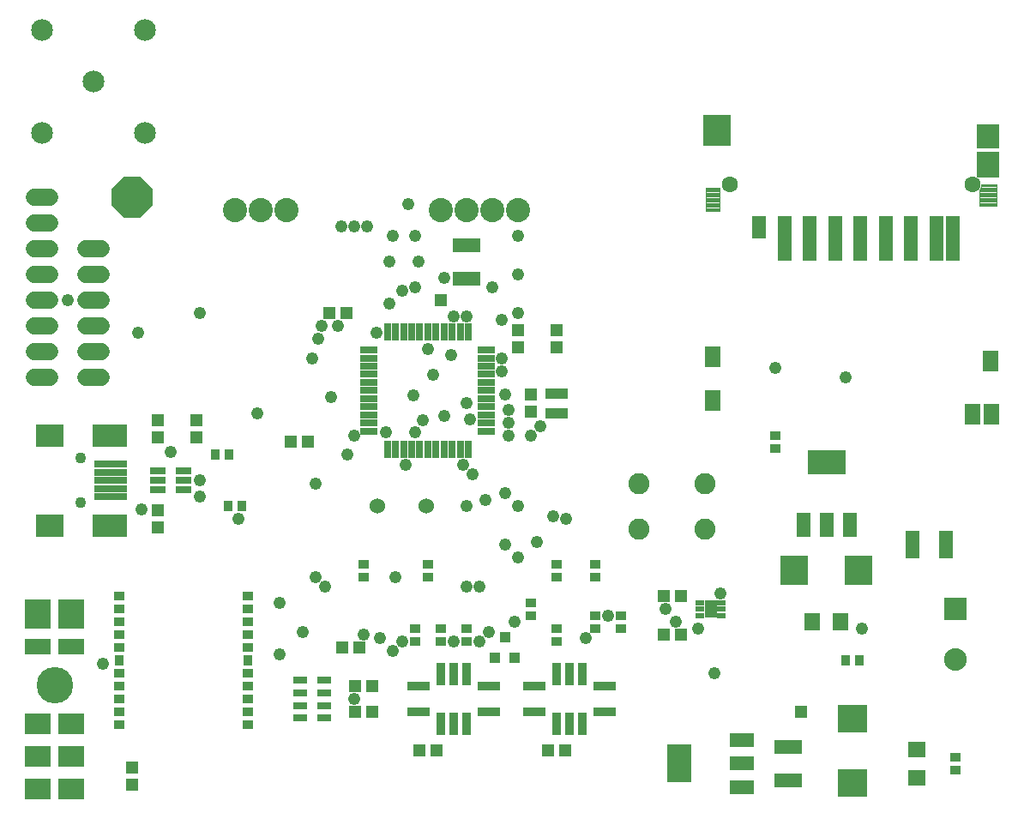
<source format=gts>
G75*
%MOIN*%
%OFA0B0*%
%FSLAX25Y25*%
%IPPOS*%
%LPD*%
%AMOC8*
5,1,8,0,0,1.08239X$1,22.5*
%
%ADD10R,0.09843X0.11811*%
%ADD11R,0.09843X0.05906*%
%ADD12C,0.14173*%
%ADD13R,0.09843X0.07874*%
%ADD14R,0.09892X0.07923*%
%ADD15R,0.10236X0.07874*%
%ADD16R,0.05524X0.02769*%
%ADD17R,0.11430X0.10839*%
%ADD18R,0.10643X0.05524*%
%ADD19R,0.04343X0.03556*%
%ADD20R,0.05131X0.04737*%
%ADD21R,0.04737X0.05131*%
%ADD22R,0.10839X0.11430*%
%ADD23R,0.06312X0.07099*%
%ADD24R,0.07099X0.06312*%
%ADD25R,0.03556X0.04343*%
%ADD26R,0.05524X0.10643*%
%ADD27OC8,0.15800*%
%ADD28R,0.04737X0.07099*%
%ADD29R,0.03556X0.01981*%
%ADD30R,0.04400X0.03600*%
%ADD31R,0.03600X0.04400*%
%ADD32C,0.06800*%
%ADD33R,0.08674X0.03950*%
%ADD34R,0.09600X0.05600*%
%ADD35R,0.09461X0.14973*%
%ADD36R,0.05600X0.09600*%
%ADD37R,0.14973X0.09461*%
%ADD38R,0.06706X0.02769*%
%ADD39R,0.02769X0.06706*%
%ADD40C,0.06000*%
%ADD41C,0.08200*%
%ADD42R,0.03900X0.04300*%
%ADD43C,0.09400*%
%ADD44R,0.08674X0.03556*%
%ADD45R,0.03556X0.08674*%
%ADD46R,0.06000X0.03000*%
%ADD47R,0.08800X0.08800*%
%ADD48C,0.08800*%
%ADD49C,0.08450*%
%ADD50R,0.10643X0.08674*%
%ADD51R,0.13792X0.08674*%
%ADD52R,0.13005X0.02769*%
%ADD53C,0.04343*%
%ADD54R,0.09068X0.09461*%
%ADD55R,0.09068X0.10249*%
%ADD56R,0.11036X0.12217*%
%ADD57R,0.05918X0.08280*%
%ADD58R,0.06312X0.08477*%
%ADD59R,0.05524X0.17729*%
%ADD60R,0.05524X0.08674*%
%ADD61C,0.06312*%
%ADD62C,0.00400*%
%ADD63C,0.04800*%
%ADD64C,0.04762*%
%ADD65R,0.04762X0.04762*%
D10*
X0015004Y0079571D03*
X0027996Y0079571D03*
D11*
X0027996Y0066776D03*
X0015004Y0066776D03*
D12*
X0021500Y0052012D03*
D13*
X0015004Y0037051D03*
X0027996Y0037051D03*
X0027996Y0024256D03*
X0027996Y0011461D03*
D14*
X0014979Y0024231D03*
D15*
X0014807Y0011461D03*
D16*
X0116776Y0039118D03*
X0116776Y0044039D03*
X0116776Y0048961D03*
X0116776Y0053882D03*
X0126224Y0053882D03*
X0126224Y0048961D03*
X0126224Y0044039D03*
X0126224Y0039118D03*
D17*
X0331500Y0038980D03*
X0331500Y0014020D03*
D18*
X0306500Y0015004D03*
X0306500Y0027996D03*
X0181500Y0210004D03*
X0181500Y0222996D03*
D19*
X0301500Y0149059D03*
X0301500Y0143941D03*
X0231500Y0099059D03*
X0231500Y0093941D03*
X0216500Y0093941D03*
X0216500Y0099059D03*
X0206500Y0084059D03*
X0206500Y0078941D03*
X0216500Y0074059D03*
X0216500Y0068941D03*
X0231500Y0073941D03*
X0231500Y0079059D03*
X0241500Y0079059D03*
X0241500Y0073941D03*
X0181500Y0074059D03*
X0181500Y0068941D03*
X0171500Y0068941D03*
X0171500Y0074059D03*
X0161500Y0074059D03*
X0161500Y0068941D03*
X0166500Y0093941D03*
X0166500Y0099059D03*
X0141500Y0099059D03*
X0141500Y0093941D03*
X0371500Y0024059D03*
X0371500Y0018941D03*
D20*
X0264846Y0071500D03*
X0258154Y0071500D03*
X0258154Y0086500D03*
X0264846Y0086500D03*
X0219846Y0026500D03*
X0213154Y0026500D03*
X0169846Y0026500D03*
X0163154Y0026500D03*
X0144846Y0041500D03*
X0138154Y0041500D03*
X0138154Y0051500D03*
X0144846Y0051500D03*
X0139846Y0066500D03*
X0133154Y0066500D03*
X0119846Y0146500D03*
X0113154Y0146500D03*
X0128154Y0196500D03*
X0134846Y0196500D03*
D21*
X0076500Y0154846D03*
X0076500Y0148154D03*
X0061500Y0148154D03*
X0061500Y0154846D03*
X0061500Y0119846D03*
X0061500Y0113154D03*
X0051500Y0019846D03*
X0051500Y0013154D03*
X0206500Y0158154D03*
X0206500Y0164846D03*
X0201500Y0183154D03*
X0201500Y0189846D03*
X0216500Y0189846D03*
X0216500Y0183154D03*
D22*
X0309020Y0096500D03*
X0333980Y0096500D03*
D23*
X0327012Y0076500D03*
X0315988Y0076500D03*
D24*
X0356500Y0027012D03*
X0356500Y0015988D03*
D25*
X0334059Y0061500D03*
X0328941Y0061500D03*
X0094059Y0121500D03*
X0088941Y0121500D03*
X0089059Y0141500D03*
X0083941Y0141500D03*
D26*
X0355004Y0106500D03*
X0367996Y0106500D03*
D27*
X0051500Y0241500D03*
D28*
X0276500Y0081500D03*
D29*
X0272366Y0081500D03*
X0272366Y0078941D03*
X0272366Y0084059D03*
X0280634Y0084059D03*
X0280634Y0081500D03*
X0280634Y0078941D03*
D30*
X0096500Y0076500D03*
X0096500Y0071500D03*
X0096500Y0066500D03*
X0096500Y0056500D03*
X0096500Y0051500D03*
X0096500Y0046500D03*
X0096500Y0041500D03*
X0096500Y0036500D03*
X0046500Y0036500D03*
X0046500Y0041500D03*
X0046500Y0046500D03*
X0046500Y0051500D03*
X0046500Y0056500D03*
X0046500Y0066500D03*
X0046500Y0071500D03*
X0046500Y0076500D03*
X0046500Y0081500D03*
X0046500Y0086500D03*
X0096500Y0086500D03*
X0096500Y0081500D03*
D31*
X0096500Y0061500D03*
X0046500Y0061500D03*
D32*
X0039500Y0171500D02*
X0033500Y0171500D01*
X0033500Y0181500D02*
X0039500Y0181500D01*
X0039500Y0191500D02*
X0033500Y0191500D01*
X0033500Y0201500D02*
X0039500Y0201500D01*
X0039500Y0211500D02*
X0033500Y0211500D01*
X0033500Y0221500D02*
X0039500Y0221500D01*
X0019500Y0221500D02*
X0013500Y0221500D01*
X0013500Y0211500D02*
X0019500Y0211500D01*
X0019500Y0201500D02*
X0013500Y0201500D01*
X0013500Y0191500D02*
X0019500Y0191500D01*
X0019500Y0181500D02*
X0013500Y0181500D01*
X0013500Y0171500D02*
X0019500Y0171500D01*
X0019500Y0231500D02*
X0013500Y0231500D01*
X0013500Y0241500D02*
X0019500Y0241500D01*
D33*
X0216500Y0165437D03*
X0216500Y0157563D03*
D34*
X0288700Y0030600D03*
X0288700Y0021500D03*
X0288700Y0012400D03*
D35*
X0264299Y0021500D03*
D36*
X0312400Y0114300D03*
X0321500Y0114300D03*
X0330600Y0114300D03*
D37*
X0321500Y0138701D03*
D38*
X0189335Y0150752D03*
X0189335Y0153902D03*
X0189335Y0157051D03*
X0189335Y0160201D03*
X0189335Y0163350D03*
X0189335Y0166500D03*
X0189335Y0169650D03*
X0189335Y0172799D03*
X0189335Y0175949D03*
X0189335Y0179098D03*
X0189335Y0182248D03*
X0143665Y0182248D03*
X0143665Y0179098D03*
X0143665Y0175949D03*
X0143665Y0172799D03*
X0143665Y0169650D03*
X0143665Y0166500D03*
X0143665Y0163350D03*
X0143665Y0160201D03*
X0143665Y0157051D03*
X0143665Y0153902D03*
X0143665Y0150752D03*
D39*
X0150752Y0143665D03*
X0153902Y0143665D03*
X0157051Y0143665D03*
X0160201Y0143665D03*
X0163350Y0143665D03*
X0166500Y0143665D03*
X0169650Y0143665D03*
X0172799Y0143665D03*
X0175949Y0143665D03*
X0179098Y0143665D03*
X0182248Y0143665D03*
X0182248Y0189335D03*
X0179098Y0189335D03*
X0175949Y0189335D03*
X0172799Y0189335D03*
X0169650Y0189335D03*
X0166500Y0189335D03*
X0163350Y0189335D03*
X0160201Y0189335D03*
X0157051Y0189335D03*
X0153902Y0189335D03*
X0150752Y0189335D03*
D40*
X0147000Y0121500D03*
X0166000Y0121500D03*
D41*
X0248700Y0112600D03*
X0248700Y0130400D03*
X0274300Y0130400D03*
X0274300Y0112600D03*
D42*
X0200200Y0062500D03*
X0192600Y0062500D03*
X0196400Y0070500D03*
D43*
X0191500Y0236500D03*
X0201500Y0236500D03*
X0181500Y0236500D03*
X0171500Y0236500D03*
X0111500Y0236500D03*
X0101500Y0236500D03*
X0091500Y0236500D03*
D44*
X0162917Y0051500D03*
X0162917Y0041500D03*
X0190083Y0041500D03*
X0190083Y0051500D03*
X0207917Y0051500D03*
X0207917Y0041500D03*
X0235083Y0041500D03*
X0235083Y0051500D03*
D45*
X0226500Y0056146D03*
X0221500Y0056146D03*
X0216500Y0056146D03*
X0216500Y0036854D03*
X0221500Y0036854D03*
X0226500Y0036854D03*
X0181500Y0036854D03*
X0176500Y0036854D03*
X0171500Y0036854D03*
X0171500Y0056146D03*
X0176500Y0056146D03*
X0181500Y0056146D03*
D46*
X0071500Y0127800D03*
X0071500Y0131500D03*
X0071500Y0135200D03*
X0061500Y0135200D03*
X0061500Y0131500D03*
X0061500Y0127800D03*
D47*
X0371500Y0081500D03*
D48*
X0371500Y0061815D03*
D49*
X0056500Y0266500D03*
X0036500Y0286500D03*
X0016500Y0266500D03*
X0016500Y0306500D03*
X0056500Y0306500D03*
D50*
X0019689Y0149020D03*
X0019689Y0113980D03*
D51*
X0042917Y0113980D03*
X0042917Y0149020D03*
D52*
X0043311Y0137799D03*
X0043311Y0134650D03*
X0043311Y0131500D03*
X0043311Y0128350D03*
X0043311Y0125201D03*
D53*
X0031500Y0122839D03*
X0031500Y0140161D03*
D54*
X0384256Y0265201D03*
D55*
X0384256Y0254374D03*
D56*
X0278744Y0267563D03*
D57*
X0277169Y0179768D03*
X0277169Y0162642D03*
X0385043Y0177996D03*
D58*
X0385437Y0157130D03*
X0378350Y0157130D03*
D59*
X0370575Y0225535D03*
X0364177Y0225535D03*
X0354335Y0225535D03*
X0344492Y0225535D03*
X0334650Y0225535D03*
X0324807Y0225535D03*
X0314965Y0225535D03*
X0305122Y0225535D03*
D60*
X0295280Y0230063D03*
D61*
X0283862Y0246500D03*
X0378350Y0246500D03*
D62*
X0381161Y0244990D02*
X0387701Y0244990D01*
X0387701Y0244592D02*
X0380948Y0244592D01*
X0380811Y0244335D02*
X0381598Y0245811D01*
X0381598Y0246500D01*
X0387701Y0246500D01*
X0387701Y0238232D01*
X0380811Y0238232D01*
X0380811Y0244335D01*
X0380811Y0244193D02*
X0387701Y0244193D01*
X0387701Y0243795D02*
X0380811Y0243795D01*
X0380811Y0243396D02*
X0387701Y0243396D01*
X0387701Y0242998D02*
X0380811Y0242998D01*
X0380811Y0242599D02*
X0387701Y0242599D01*
X0387701Y0242201D02*
X0380811Y0242201D01*
X0380811Y0241802D02*
X0387701Y0241802D01*
X0387701Y0241404D02*
X0380811Y0241404D01*
X0380811Y0241005D02*
X0387701Y0241005D01*
X0387701Y0240607D02*
X0380811Y0240607D01*
X0380811Y0240208D02*
X0387701Y0240208D01*
X0387701Y0239810D02*
X0380811Y0239810D01*
X0380811Y0239411D02*
X0387701Y0239411D01*
X0387701Y0239013D02*
X0380811Y0239013D01*
X0380811Y0238614D02*
X0387701Y0238614D01*
X0387701Y0245389D02*
X0381373Y0245389D01*
X0381586Y0245787D02*
X0387701Y0245787D01*
X0387701Y0246186D02*
X0381598Y0246186D01*
X0279728Y0245319D02*
X0279728Y0236264D01*
X0274610Y0236264D01*
X0274610Y0245319D01*
X0279728Y0245319D01*
X0279728Y0244990D02*
X0274610Y0244990D01*
X0274610Y0244592D02*
X0279728Y0244592D01*
X0279728Y0244193D02*
X0274610Y0244193D01*
X0274610Y0243795D02*
X0279728Y0243795D01*
X0279728Y0243396D02*
X0274610Y0243396D01*
X0274610Y0242998D02*
X0279728Y0242998D01*
X0279728Y0242599D02*
X0274610Y0242599D01*
X0274610Y0242201D02*
X0279728Y0242201D01*
X0279728Y0241802D02*
X0274610Y0241802D01*
X0274610Y0241404D02*
X0279728Y0241404D01*
X0279728Y0241005D02*
X0274610Y0241005D01*
X0274610Y0240607D02*
X0279728Y0240607D01*
X0279728Y0240208D02*
X0274610Y0240208D01*
X0274610Y0239810D02*
X0279728Y0239810D01*
X0279728Y0239411D02*
X0274610Y0239411D01*
X0274610Y0239013D02*
X0279728Y0239013D01*
X0279728Y0238614D02*
X0274610Y0238614D01*
X0274610Y0238216D02*
X0279728Y0238216D01*
X0279728Y0237817D02*
X0274610Y0237817D01*
X0274610Y0237419D02*
X0279728Y0237419D01*
X0279728Y0237020D02*
X0274610Y0237020D01*
X0274610Y0236622D02*
X0279728Y0236622D01*
D63*
X0301500Y0175250D03*
X0329000Y0171500D03*
X0280250Y0087750D03*
X0271500Y0074000D03*
X0262750Y0076500D03*
X0259000Y0081500D03*
X0236500Y0079000D03*
X0227750Y0070250D03*
X0200250Y0076500D03*
X0190250Y0072750D03*
X0186500Y0069000D03*
X0176500Y0069000D03*
X0156500Y0069000D03*
X0152750Y0065250D03*
X0147750Y0070250D03*
X0141500Y0071500D03*
X0117750Y0072750D03*
X0109000Y0064000D03*
X0109000Y0084000D03*
X0122750Y0094000D03*
X0126500Y0090250D03*
X0154000Y0094000D03*
X0181500Y0090250D03*
X0186500Y0090250D03*
X0209000Y0107750D03*
X0215250Y0117750D03*
X0220250Y0116500D03*
X0189000Y0124000D03*
X0181500Y0121500D03*
X0184000Y0134000D03*
X0180250Y0137750D03*
X0197750Y0149000D03*
X0197750Y0154000D03*
X0197750Y0159000D03*
X0206500Y0149000D03*
X0210250Y0152750D03*
X0195250Y0174000D03*
X0195250Y0179000D03*
X0195250Y0194000D03*
X0191500Y0206500D03*
X0181500Y0195250D03*
X0176500Y0195250D03*
X0172750Y0210250D03*
X0162750Y0216500D03*
X0151500Y0216500D03*
X0152750Y0226500D03*
X0142750Y0230250D03*
X0137750Y0230250D03*
X0132750Y0230250D03*
X0159000Y0239000D03*
X0161500Y0206500D03*
X0156500Y0205250D03*
X0151500Y0200250D03*
X0146500Y0189000D03*
X0131500Y0191500D03*
X0125250Y0191500D03*
X0124000Y0186500D03*
X0121500Y0179000D03*
X0129000Y0164000D03*
X0137750Y0149000D03*
X0135250Y0141500D03*
X0122750Y0130250D03*
X0092750Y0116500D03*
X0077750Y0125250D03*
X0077750Y0131500D03*
X0066500Y0142750D03*
X0055250Y0120250D03*
X0100250Y0157750D03*
X0077750Y0196500D03*
X0054000Y0189000D03*
X0026500Y0201500D03*
X0150250Y0150250D03*
X0161500Y0150250D03*
X0164500Y0155000D03*
X0172750Y0156500D03*
X0182750Y0155250D03*
X0161000Y0164500D03*
X0168500Y0172700D03*
X0157750Y0137750D03*
X0137750Y0046500D03*
X0040250Y0060250D03*
X0277750Y0056500D03*
X0335250Y0074000D03*
D64*
X0201500Y0101500D03*
X0196500Y0106500D03*
X0201500Y0121500D03*
X0196500Y0126500D03*
X0181500Y0161500D03*
X0196500Y0165000D03*
X0175700Y0180200D03*
X0166500Y0182700D03*
X0201500Y0196500D03*
X0201500Y0211500D03*
X0201500Y0226500D03*
X0161500Y0226500D03*
D65*
X0171500Y0201500D03*
X0311500Y0041500D03*
M02*

</source>
